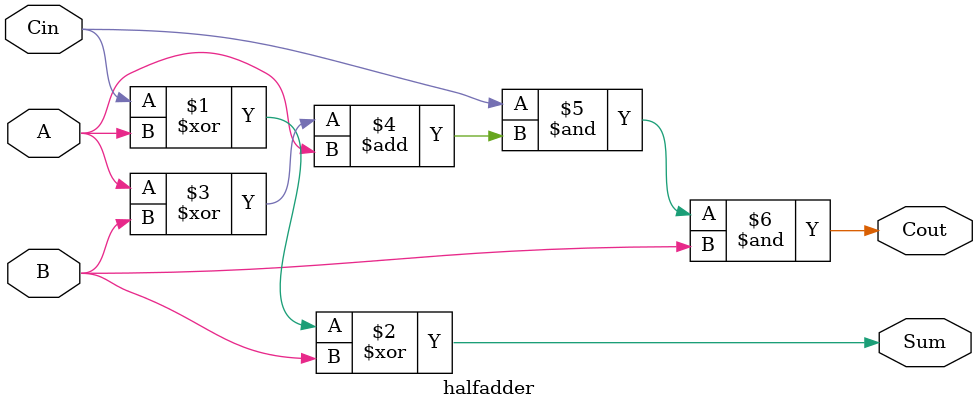
<source format=sv>
`timescale 1ns / 1ps


module halfadder( 
    input wire A, 
    input wire B, 
    input wire Cin, 
    output wire Sum,
    output wire Cout
    ); 
 
    assign Sum = Cin ^ A ^ B; 
    assign Cout = Cin & (A ^ B) + A & B;
 
endmodule 

</source>
